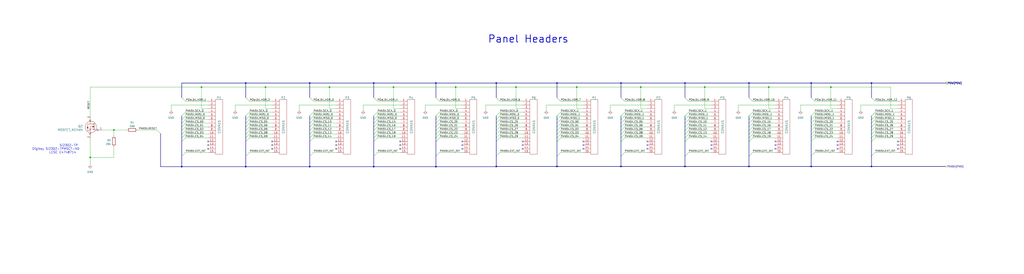
<source format=kicad_sch>
(kicad_sch (version 20250114) (generator "eeschema") (generator_version "9.0")
  (paper "User" 711.2 190.5)
  (title_block (title "Arena 12-12 Teensy w regulator Modular LED Display") (date "2024-10-08") (rev "v9.1") (company "IORodeo for Reiserlab @Janelia"))
  (lib_symbols
    (symbol "Device:R" (pin_numbers (hide yes)) (pin_names (offset 0))
      (property "Reference" "R" (at 2.032 0 90))
      (property "Value" "R" (at 0 0 90))
      (symbol "R_0_1"
        (rectangle (start -1.016 -2.54) (end 1.016 2.54) (stroke (width 0.254)))
      )
      (symbol "R_1_1"
        (pin passive line (at 0 3.81 270) (length 1.27) (name "~") (number "1"))
        (pin passive line (at 0 -3.81 90) (length 1.27) (name "~") (number "2"))
      )
    )
    (symbol "arena_custom:CONN15" (pin_names (offset 1.016))
      (property "Reference" "P" (at -17.78 6.35 0))
      (property "Value" "CONN15" (at 13.97 6.35 0))
      (symbol "CONN15_0_1"
        (rectangle (start -19.05 5.08) (end 19.05 0))
      )
      (symbol "CONN15_1_1"
        (pin passive line (at -17.78 -5.08 90) (length 5.08) (name "~") (number "1"))
        (pin passive line (at -15.24 -5.08 90) (length 5.08) (name "~") (number "2"))
        (pin passive line (at -12.7 -5.08 90) (length 5.08) (name "~") (number "3"))
        (pin passive line (at -10.16 -5.08 90) (length 5.08) (name "~") (number "4"))
        (pin passive line (at -7.62 -5.08 90) (length 5.08) (name "~") (number "5"))
        (pin passive line (at -5.08 -5.08 90) (length 5.08) (name "~") (number "6"))
        (pin passive line (at -2.54 -5.08 90) (length 5.08) (name "~") (number "7"))
        (pin passive line (at 0 -5.08 90) (length 5.08) (name "~") (number "8"))
        (pin passive line (at 2.54 -5.08 90) (length 5.08) (name "~") (number "9"))
        (pin passive line (at 5.08 -5.08 90) (length 5.08) (name "~") (number "10"))
        (pin passive line (at 7.62 -5.08 90) (length 5.08) (name "~") (number "11"))
        (pin passive line (at 10.16 -5.08 90) (length 5.08) (name "~") (number "12"))
        (pin passive line (at 12.7 -5.08 90) (length 5.08) (name "~") (number "13"))
        (pin passive line (at 15.24 -5.08 90) (length 5.08) (name "~") (number "14"))
        (pin passive line (at 17.78 -5.08 90) (length 5.08) (name "~") (number "15"))
      )
    )
    (symbol "arena_custom:MOSFET_NCHAN" (pin_names (offset 1.016))
      (property "Reference" "Q" (at -4.826 6.35 0))
      (property "Value" "MOSFET_NCHAN" (at 0.381 -7.62 0))
      (symbol "MOSFET_NCHAN_0_1"
        (polyline (pts (xy -6.858 0) (xy -5.842 0)))
        (polyline (pts (xy -6.096 0) (xy -3.048 0) (xy -3.048 4.572)))
        (polyline (pts (xy -2.54 3.556) (xy -2.54 4.572)) (stroke (width 0.254)))
        (polyline (pts (xy -2.54 2.286) (xy -1.778 2.794) (xy -1.778 1.778) (xy -2.54 2.286)) (fill (type outline)))
        (polyline (pts (xy -2.54 1.778) (xy -2.54 2.794)) (stroke (width 0.254)))
        (polyline (pts (xy -2.54 0.508) (xy 0 0.508) (xy 0 2.286) (xy -1.778 2.286)))
        (polyline (pts (xy -2.54 0) (xy -2.54 1.016)) (stroke (width 0.254)))
        (circle (center -0.508 2.032) (radius 3.9624))
        (polyline (pts (xy -0.254 4.064) (xy -2.54 4.064)))
        (polyline (pts (xy 0 8.255) (xy 0 4.064)))
        (circle (center 0 0.508) (radius 0.254) (fill (type outline)))
        (polyline (pts (xy 0 0.508) (xy 0 -1.524)))
        (polyline (pts (xy 0 -0.508) (xy 1.778 -0.508) (xy 1.778 4.064) (xy -0.254 4.064)))
        (polyline (pts (xy 0 -4.318) (xy 0 -1.524)))
        (polyline (pts (xy 1.27 2.032) (xy 2.286 2.032)))
        (polyline (pts (xy 1.778 2.032) (xy 1.27 1.27) (xy 2.286 1.27) (xy 1.778 2.032)) (fill (type outline)))
      )
      (symbol "MOSFET_NCHAN_1_1"
        (pin input line (at -8.128 0 0) (length 1.27) (name "G") (number "1"))
        (pin input line (at 0 9.525 270) (length 1.27) (name "D") (number "3"))
        (pin input line (at 0 -5.588 90) (length 1.27) (name "S") (number "2"))
      )
    )
    (symbol "power:GND" (power) (pin_names (offset 0))
      (property "Value" "GND" (at 0 -3.81 0))
      (symbol "GND_0_1"
        (polyline (pts (xy 0 0) (xy 0 -1.27) (xy 1.27 -1.27) (xy 0 -2.54) (xy -1.27 -1.27) (xy 0 -1.27)))
      )
      (symbol "GND_1_1"
        (pin power_in line (at 0 0 270) (length 0) (hide yes) (name "GND") (number "1"))
      )
    )
  )
  (bus_alias "PAN" (members "RESET" "SCK_0" "MOSI_0" "MISO_0" "SCK_1" "MOSI_1" "MISO_1" "CS_00" "CS_01" "CS_02" "CS_03" "CS_04" "CS_05" "CS_06" "CS_07" "CS_08" "CS_09" "CS_10" "CS_11" "CS_12" "CS_13" "CS_14" "CS_15" "CS_16" "CS_17" "CS_18" "CS_19" "CS_20" "CS_21" "CS_22" "CS_23" "CS_24" "CS_25" "CS_26" "CS_27" "CS_28" "CS_29" "EXT_INT"))
  (text "Panel Headers" (at 338.709 30.226 0) (effects (font (size 5.08 5.08) (thickness 0.508) (bold yes)) (justify left bottom)))
  (text "SI2302-TP \nDigikey SI2302-TPMSCT-ND\nLCSC C4748714  \n" (at 55.245 107.061 0) (effects (font (size 1.524 1.524)) (justify right bottom)))
  (junction (at 259.588 57.785))
  (junction (at 386.842 57.785))
  (junction (at 431.292 115.824))
  (junction (at 316.484 60.579))
  (junction (at 475.742 115.824))
  (junction (at 563.372 57.785))
  (junction (at 386.842 115.824))
  (junction (at 62.611 109.474))
  (junction (at 215.138 115.951))
  (junction (at 563.372 115.824))
  (junction (at 139.954 60.579))
  (junction (at 79.121 90.424))
  (junction (at 520.192 115.824))
  (junction (at 184.404 60.579))
  (junction (at 445.008 60.579))
  (junction (at 170.688 115.951))
  (junction (at 577.088 60.579))
  (junction (at 273.304 60.579))
  (junction (at 489.458 60.579))
  (junction (at 520.192 57.785))
  (junction (at 344.678 115.824))
  (junction (at 302.768 57.785))
  (junction (at 431.292 57.785))
  (junction (at 533.908 60.579))
  (junction (at 475.742 57.785))
  (junction (at 215.138 57.785))
  (junction (at 126.238 115.951))
  (junction (at 358.394 60.579))
  (junction (at 228.854 60.579))
  (junction (at 605.282 115.824))
  (junction (at 605.282 57.785))
  (junction (at 170.688 57.785))
  (junction (at 344.678 57.785))
  (junction (at 400.558 60.579))
  (junction (at 259.588 115.951))
  (junction (at 302.768 115.951))
  (no_connect (at 144.526 100.965))
  (no_connect (at 623.57 103.505))
  (no_connect (at 581.66 98.425))
  (no_connect (at 623.57 98.425))
  (no_connect (at 321.056 103.505))
  (no_connect (at 494.03 103.505))
  (no_connect (at 581.66 103.505))
  (no_connect (at 321.056 100.965))
  (no_connect (at 405.13 98.425))
  (no_connect (at 449.58 103.505))
  (no_connect (at 188.976 100.965))
  (no_connect (at 233.426 103.505))
  (no_connect (at 538.48 103.505))
  (no_connect (at 581.66 100.965))
  (no_connect (at 144.526 103.505))
  (no_connect (at 362.966 98.425))
  (no_connect (at 449.58 100.965))
  (no_connect (at 188.976 98.425))
  (no_connect (at 233.426 98.425))
  (no_connect (at 538.48 100.965))
  (no_connect (at 362.966 100.965))
  (no_connect (at 623.57 100.965))
  (no_connect (at 494.03 98.425))
  (no_connect (at 494.03 100.965))
  (no_connect (at 233.426 100.965))
  (no_connect (at 449.58 98.425))
  (no_connect (at 277.876 100.965))
  (no_connect (at 538.48 98.425))
  (no_connect (at 405.13 100.965))
  (no_connect (at 405.13 103.505))
  (no_connect (at 144.526 98.425))
  (no_connect (at 188.976 103.505))
  (no_connect (at 277.876 103.505))
  (no_connect (at 362.966 103.505))
  (no_connect (at 277.876 98.425))
  (no_connect (at 321.056 98.425))
  (bus_entry (at 563.372 88.265) (size 2.54 -2.54))
  (bus_entry (at 386.842 83.185) (size 2.54 -2.54))
  (bus_entry (at 302.768 80.645) (size 2.54 -2.54))
  (bus_entry (at 386.842 67.945) (size 2.54 2.54))
  (bus_entry (at 605.282 85.725) (size 2.54 -2.54))
  (bus_entry (at 475.742 98.425) (size 2.54 -2.54))
  (bus_entry (at 605.282 88.265) (size 2.54 -2.54))
  (bus_entry (at 344.678 90.805) (size 2.54 -2.54))
  (bus_entry (at 170.688 85.725) (size 2.54 -2.54))
  (bus_entry (at 259.588 98.425) (size 2.54 -2.54))
  (bus_entry (at 520.192 95.885) (size 2.54 -2.54))
  (bus_entry (at 126.238 85.725) (size 2.54 -2.54))
  (bus_entry (at 215.138 90.805) (size 2.54 -2.54))
  (bus_entry (at 215.138 98.425) (size 2.54 -2.54))
  (bus_entry (at 563.372 108.585) (size 2.54 -2.54))
  (bus_entry (at 126.238 80.645) (size 2.54 -2.54))
  (bus_entry (at 126.238 67.945) (size 2.54 2.54))
  (bus_entry (at 475.742 90.805) (size 2.54 -2.54))
  (bus_entry (at 605.282 80.645) (size 2.54 -2.54))
  (bus_entry (at 170.688 93.345) (size 2.54 -2.54))
  (bus_entry (at 520.192 83.185) (size 2.54 -2.54))
  (bus_entry (at 259.588 90.805) (size 2.54 -2.54))
  (bus_entry (at 170.688 95.885) (size 2.54 -2.54))
  (bus_entry (at 475.742 80.645) (size 2.54 -2.54))
  (bus_entry (at 431.292 98.425) (size 2.54 -2.54))
  (bus_entry (at 344.678 80.645) (size 2.54 -2.54))
  (bus_entry (at 344.678 85.725) (size 2.54 -2.54))
  (bus_entry (at 344.678 93.345) (size 2.54 -2.54))
  (bus_entry (at 386.842 88.265) (size 2.54 -2.54))
  (bus_entry (at 431.292 85.725) (size 2.54 -2.54))
  (bus_entry (at 215.138 80.645) (size 2.54 -2.54))
  (bus_entry (at 302.768 93.345) (size 2.54 -2.54))
  (bus_entry (at 126.238 95.885) (size 2.54 -2.54))
  (bus_entry (at 520.192 67.945) (size 2.54 2.54))
  (bus_entry (at 170.688 98.425) (size 2.54 -2.54))
  (bus_entry (at 475.742 85.725) (size 2.54 -2.54))
  (bus_entry (at 215.138 93.345) (size 2.54 -2.54))
  (bus_entry (at 386.842 95.885) (size 2.54 -2.54))
  (bus_entry (at 344.678 108.585) (size 2.54 -2.54))
  (bus_entry (at 563.372 95.885) (size 2.54 -2.54))
  (bus_entry (at 259.588 80.645) (size 2.54 -2.54))
  (bus_entry (at 215.138 88.265) (size 2.54 -2.54))
  (bus_entry (at 386.842 98.425) (size 2.54 -2.54))
  (bus_entry (at 475.742 95.885) (size 2.54 -2.54))
  (bus_entry (at 386.842 93.345) (size 2.54 -2.54))
  (bus_entry (at 170.688 108.585) (size 2.54 -2.54))
  (bus_entry (at 215.138 85.725) (size 2.54 -2.54))
  (bus_entry (at 111.506 92.964) (size -2.54 -2.54))
  (bus_entry (at 475.742 108.585) (size 2.54 -2.54))
  (bus_entry (at 563.372 83.185) (size 2.54 -2.54))
  (bus_entry (at 302.768 95.885) (size 2.54 -2.54))
  (bus_entry (at 302.768 108.585) (size 2.54 -2.54))
  (bus_entry (at 344.678 83.185) (size 2.54 -2.54))
  (bus_entry (at 431.292 93.345) (size 2.54 -2.54))
  (bus_entry (at 259.588 93.345) (size 2.54 -2.54))
  (bus_entry (at 344.678 98.425) (size 2.54 -2.54))
  (bus_entry (at 605.282 83.185) (size 2.54 -2.54))
  (bus_entry (at 215.138 95.885) (size 2.54 -2.54))
  (bus_entry (at 605.282 108.585) (size 2.54 -2.54))
  (bus_entry (at 431.292 80.645) (size 2.54 -2.54))
  (bus_entry (at 475.742 83.185) (size 2.54 -2.54))
  (bus_entry (at 126.238 83.185) (size 2.54 -2.54))
  (bus_entry (at 302.768 98.425) (size 2.54 -2.54))
  (bus_entry (at 259.588 85.725) (size 2.54 -2.54))
  (bus_entry (at 344.678 67.945) (size 2.54 2.54))
  (bus_entry (at 431.292 67.945) (size 2.54 2.54))
  (bus_entry (at 520.192 93.345) (size 2.54 -2.54))
  (bus_entry (at 126.238 90.805) (size 2.54 -2.54))
  (bus_entry (at 259.588 67.945) (size 2.54 2.54))
  (bus_entry (at 344.678 95.885) (size 2.54 -2.54))
  (bus_entry (at 605.282 98.425) (size 2.54 -2.54))
  (bus_entry (at 344.678 88.265) (size 2.54 -2.54))
  (bus_entry (at 431.292 88.265) (size 2.54 -2.54))
  (bus_entry (at 563.372 98.425) (size 2.54 -2.54))
  (bus_entry (at 475.742 67.945) (size 2.54 2.54))
  (bus_entry (at 520.192 98.425) (size 2.54 -2.54))
  (bus_entry (at 563.372 90.805) (size 2.54 -2.54))
  (bus_entry (at 170.688 83.185) (size 2.54 -2.54))
  (bus_entry (at 475.742 93.345) (size 2.54 -2.54))
  (bus_entry (at 170.688 90.805) (size 2.54 -2.54))
  (bus_entry (at 386.842 108.585) (size 2.54 -2.54))
  (bus_entry (at 259.588 88.265) (size 2.54 -2.54))
  (bus_entry (at 259.588 95.885) (size 2.54 -2.54))
  (bus_entry (at 520.192 88.265) (size 2.54 -2.54))
  (bus_entry (at 126.238 88.265) (size 2.54 -2.54))
  (bus_entry (at 563.372 67.945) (size 2.54 2.54))
  (bus_entry (at 302.768 67.945) (size 2.54 2.54))
  (bus_entry (at 215.138 108.585) (size 2.54 -2.54))
  (bus_entry (at 302.768 90.805) (size 2.54 -2.54))
  (bus_entry (at 475.742 88.265) (size 2.54 -2.54))
  (bus_entry (at 563.372 93.345) (size 2.54 -2.54))
  (bus_entry (at 605.282 95.885) (size 2.54 -2.54))
  (bus_entry (at 126.238 98.425) (size 2.54 -2.54))
  (bus_entry (at 126.238 93.345) (size 2.54 -2.54))
  (bus_entry (at 431.292 90.805) (size 2.54 -2.54))
  (bus_entry (at 170.688 88.265) (size 2.54 -2.54))
  (bus_entry (at 431.292 83.185) (size 2.54 -2.54))
  (bus_entry (at 563.372 80.645) (size 2.54 -2.54))
  (bus_entry (at 259.588 108.585) (size 2.54 -2.54))
  (bus_entry (at 215.138 83.185) (size 2.54 -2.54))
  (bus_entry (at 520.192 108.585) (size 2.54 -2.54))
  (bus_entry (at 302.768 85.725) (size 2.54 -2.54))
  (bus_entry (at 126.238 108.585) (size 2.54 -2.54))
  (bus_entry (at 386.842 85.725) (size 2.54 -2.54))
  (bus_entry (at 520.192 80.645) (size 2.54 -2.54))
  (bus_entry (at 170.688 67.945) (size 2.54 2.54))
  (bus_entry (at 386.842 80.645) (size 2.54 -2.54))
  (bus_entry (at 431.292 95.885) (size 2.54 -2.54))
  (bus_entry (at 605.282 93.345) (size 2.54 -2.54))
  (bus_entry (at 520.192 90.805) (size 2.54 -2.54))
  (bus_entry (at 302.768 83.185) (size 2.54 -2.54))
  (bus_entry (at 605.282 90.805) (size 2.54 -2.54))
  (bus_entry (at 259.588 83.185) (size 2.54 -2.54))
  (bus_entry (at 170.688 80.645) (size 2.54 -2.54))
  (bus_entry (at 431.292 108.585) (size 2.54 -2.54))
  (bus_entry (at 605.282 67.945) (size 2.54 2.54))
  (bus_entry (at 386.842 90.805) (size 2.54 -2.54))
  (bus_entry (at 563.372 85.725) (size 2.54 -2.54))
  (bus_entry (at 215.138 67.945) (size 2.54 2.54))
  (bus_entry (at 302.768 88.265) (size 2.54 -2.54))
  (bus_entry (at 520.192 85.725) (size 2.54 -2.54))
  (wire (pts (xy 184.404 75.565) (xy 184.404 60.579)))
  (wire (pts (xy 565.912 95.885) (xy 581.66 95.885)))
  (bus (pts (xy 259.588 115.951) (xy 302.768 115.951)))
  (bus (pts (xy 170.688 115.951) (xy 215.138 115.951)))
  (wire (pts (xy 305.308 93.345) (xy 321.056 93.345)))
  (bus (pts (xy 111.506 92.964) (xy 111.506 115.951)))
  (wire (pts (xy 597.916 73.025) (xy 623.57 73.025)))
  (bus (pts (xy 259.588 115.951) (xy 259.588 108.585)))
  (wire (pts (xy 533.908 75.565) (xy 533.908 60.579)))
  (wire (pts (xy 556.006 73.025) (xy 556.006 76.835)))
  (wire (pts (xy 433.832 93.345) (xy 449.58 93.345)))
  (bus (pts (xy 126.238 83.185) (xy 126.238 85.725)))
  (wire (pts (xy 478.282 88.265) (xy 494.03 88.265)))
  (bus (pts (xy 431.292 88.265) (xy 431.292 90.805)))
  (bus (pts (xy 475.742 88.265) (xy 475.742 90.805)))
  (wire (pts (xy 108.966 90.424) (xy 95.631 90.424)))
  (bus (pts (xy 215.138 90.805) (xy 215.138 93.345)))
  (bus (pts (xy 605.282 85.725) (xy 605.282 88.265)))
  (bus (pts (xy 170.688 95.885) (xy 170.688 98.425)))
  (bus (pts (xy 475.742 80.645) (xy 475.742 83.185)))
  (wire (pts (xy 262.128 95.885) (xy 277.876 95.885)))
  (bus (pts (xy 563.372 85.725) (xy 563.372 88.265)))
  (bus (pts (xy 126.238 95.885) (xy 126.238 98.425)))
  (bus (pts (xy 563.372 108.585) (xy 563.372 98.425)))
  (wire (pts (xy 433.832 83.185) (xy 449.58 83.185)))
  (bus (pts (xy 302.768 83.185) (xy 302.768 85.725)))
  (bus (pts (xy 386.842 108.585) (xy 386.842 115.824)))
  (wire (pts (xy 295.402 73.025) (xy 295.402 76.835)))
  (bus (pts (xy 386.842 98.425) (xy 386.842 108.585)))
  (wire (pts (xy 252.222 73.025) (xy 252.222 76.835)))
  (bus (pts (xy 520.192 93.345) (xy 520.192 95.885)))
  (wire (pts (xy 478.282 78.105) (xy 494.03 78.105)))
  (bus (pts (xy 344.678 80.645) (xy 344.678 83.185)))
  (bus (pts (xy 215.138 115.951) (xy 215.138 108.585)))
  (wire (pts (xy 565.912 80.645) (xy 581.66 80.645)))
  (wire (pts (xy 128.778 95.885) (xy 144.526 95.885)))
  (bus (pts (xy 520.192 108.585) (xy 520.192 98.425)))
  (bus (pts (xy 520.192 83.185) (xy 520.192 85.725)))
  (wire (pts (xy 305.308 106.045) (xy 321.056 106.045)))
  (bus (pts (xy 302.768 57.785) (xy 302.768 67.945)))
  (wire (pts (xy 305.308 90.805) (xy 321.056 90.805)))
  (wire (pts (xy 478.282 80.645) (xy 494.03 80.645)))
  (wire (pts (xy 62.611 109.474) (xy 62.611 114.554)))
  (bus (pts (xy 259.588 93.345) (xy 259.588 95.885)))
  (wire (pts (xy 173.228 70.485) (xy 188.976 70.485)))
  (wire (pts (xy 362.966 75.565) (xy 358.394 75.565)))
  (bus (pts (xy 386.842 88.265) (xy 386.842 90.805)))
  (wire (pts (xy 277.876 75.565) (xy 273.304 75.565)))
  (bus (pts (xy 431.292 80.645) (xy 431.292 83.185)))
  (wire (pts (xy 128.778 80.645) (xy 144.526 80.645)))
  (wire (pts (xy 445.008 75.565) (xy 445.008 60.579)))
  (wire (pts (xy 217.678 78.105) (xy 233.426 78.105)))
  (bus (pts (xy 344.678 115.824) (xy 386.842 115.824)))
  (wire (pts (xy 262.128 93.345) (xy 277.876 93.345)))
  (bus (pts (xy 302.768 90.805) (xy 302.768 93.345)))
  (wire (pts (xy 347.218 90.805) (xy 362.966 90.805)))
  (wire (pts (xy 389.382 93.345) (xy 405.13 93.345)))
  (bus (pts (xy 475.742 115.824) (xy 520.192 115.824)))
  (wire (pts (xy 478.282 70.485) (xy 494.03 70.485)))
  (wire (pts (xy 607.822 93.345) (xy 623.57 93.345)))
  (wire (pts (xy 128.778 78.105) (xy 144.526 78.105)))
  (bus (pts (xy 170.688 98.425) (xy 170.688 108.585)))
  (wire (pts (xy 316.484 60.579) (xy 358.394 60.579)))
  (wire (pts (xy 337.312 73.025) (xy 362.966 73.025)))
  (bus (pts (xy 431.292 115.824) (xy 475.742 115.824)))
  (wire (pts (xy 607.822 78.105) (xy 623.57 78.105)))
  (bus (pts (xy 344.678 57.785) (xy 344.678 67.945)))
  (wire (pts (xy 522.732 85.725) (xy 538.48 85.725)))
  (wire (pts (xy 433.832 80.645) (xy 449.58 80.645)))
  (wire (pts (xy 173.228 93.345) (xy 188.976 93.345)))
  (wire (pts (xy 128.778 90.805) (xy 144.526 90.805)))
  (wire (pts (xy 522.732 78.105) (xy 538.48 78.105)))
  (bus (pts (xy 259.588 85.725) (xy 259.588 88.265)))
  (wire (pts (xy 389.382 85.725) (xy 405.13 85.725)))
  (wire (pts (xy 468.376 73.025) (xy 468.376 76.835)))
  (bus (pts (xy 302.768 108.585) (xy 302.768 98.425)))
  (wire (pts (xy 184.404 60.579) (xy 228.854 60.579)))
  (wire (pts (xy 217.678 70.485) (xy 233.426 70.485)))
  (bus (pts (xy 215.138 85.725) (xy 215.138 88.265)))
  (bus (pts (xy 386.842 95.885) (xy 386.842 98.425)))
  (wire (pts (xy 273.304 75.565) (xy 273.304 60.579)))
  (wire (pts (xy 128.778 83.185) (xy 144.526 83.185)))
  (wire (pts (xy 522.732 80.645) (xy 538.48 80.645)))
  (bus (pts (xy 605.282 115.824) (xy 656.336 115.824)))
  (wire (pts (xy 173.228 95.885) (xy 188.976 95.885)))
  (bus (pts (xy 520.192 108.585) (xy 520.192 115.824)))
  (bus (pts (xy 605.282 57.785) (xy 656.59 57.785)))
  (wire (pts (xy 478.282 93.345) (xy 494.03 93.345)))
  (wire (pts (xy 445.008 60.579) (xy 489.458 60.579)))
  (bus (pts (xy 431.292 98.425) (xy 431.292 108.585)))
  (bus (pts (xy 344.678 90.805) (xy 344.678 93.345)))
  (wire (pts (xy 522.732 83.185) (xy 538.48 83.185)))
  (wire (pts (xy 565.912 93.345) (xy 581.66 93.345)))
  (bus (pts (xy 386.842 85.725) (xy 386.842 88.265)))
  (bus (pts (xy 386.842 90.805) (xy 386.842 93.345)))
  (wire (pts (xy 207.772 73.025) (xy 233.426 73.025)))
  (wire (pts (xy 228.854 75.565) (xy 228.854 60.579)))
  (wire (pts (xy 347.218 95.885) (xy 362.966 95.885)))
  (wire (pts (xy 262.128 70.485) (xy 277.876 70.485)))
  (wire (pts (xy 128.778 85.725) (xy 144.526 85.725)))
  (wire (pts (xy 347.218 83.185) (xy 362.966 83.185)))
  (wire (pts (xy 347.218 70.485) (xy 362.966 70.485)))
  (wire (pts (xy 173.228 85.725) (xy 188.976 85.725)))
  (wire (pts (xy 565.912 83.185) (xy 581.66 83.185)))
  (wire (pts (xy 538.48 75.565) (xy 533.908 75.565)))
  (bus (pts (xy 431.292 57.785) (xy 431.292 67.945)))
  (bus (pts (xy 215.138 95.885) (xy 215.138 98.425)))
  (wire (pts (xy 305.308 83.185) (xy 321.056 83.185)))
  (bus (pts (xy 605.282 108.585) (xy 605.282 115.824)))
  (bus (pts (xy 520.192 90.805) (xy 520.192 93.345)))
  (bus (pts (xy 170.688 90.805) (xy 170.688 93.345)))
  (bus (pts (xy 386.842 83.185) (xy 386.842 85.725)))
  (bus (pts (xy 344.678 108.585) (xy 344.678 98.425)))
  (bus (pts (xy 215.138 57.785) (xy 259.588 57.785)))
  (bus (pts (xy 431.292 57.785) (xy 475.742 57.785)))
  (bus (pts (xy 215.138 80.645) (xy 215.138 83.185)))
  (bus (pts (xy 605.282 80.645) (xy 605.282 83.185)))
  (bus (pts (xy 126.238 88.265) (xy 126.238 90.805)))
  (bus (pts (xy 520.192 85.725) (xy 520.192 88.265)))
  (wire (pts (xy 565.912 85.725) (xy 581.66 85.725)))
  (bus (pts (xy 215.138 108.585) (xy 215.138 98.425)))
  (bus (pts (xy 563.372 57.785) (xy 605.282 57.785)))
  (wire (pts (xy 217.678 83.185) (xy 233.426 83.185)))
  (bus (pts (xy 126.238 93.345) (xy 126.238 95.885)))
  (wire (pts (xy 577.088 60.579) (xy 618.617 60.579)))
  (bus (pts (xy 259.588 57.785) (xy 302.768 57.785)))
  (wire (pts (xy 478.282 106.045) (xy 494.03 106.045)))
  (bus (pts (xy 520.192 57.785) (xy 563.372 57.785)))
  (bus (pts (xy 475.742 98.425) (xy 475.742 108.585)))
  (wire (pts (xy 262.128 88.265) (xy 277.876 88.265)))
  (bus (pts (xy 386.842 80.645) (xy 386.842 83.185)))
  (wire (pts (xy 607.822 83.185) (xy 623.57 83.185)))
  (bus (pts (xy 605.282 108.585) (xy 605.282 98.425)))
  (wire (pts (xy 449.58 75.565) (xy 445.008 75.565)))
  (bus (pts (xy 344.678 85.725) (xy 344.678 88.265)))
  (wire (pts (xy 607.822 70.485) (xy 623.57 70.485)))
  (bus (pts (xy 563.372 88.265) (xy 563.372 90.805)))
  (wire (pts (xy 423.926 73.025) (xy 449.58 73.025)))
  (wire (pts (xy 305.308 80.645) (xy 321.056 80.645)))
  (bus (pts (xy 259.588 108.585) (xy 259.588 98.425)))
  (wire (pts (xy 128.778 70.485) (xy 144.526 70.485)))
  (wire (pts (xy 79.121 90.424) (xy 70.739 90.424)))
  (bus (pts (xy 344.678 115.951) (xy 344.678 115.824)))
  (wire (pts (xy 128.778 106.045) (xy 144.526 106.045)))
  (bus (pts (xy 126.238 108.585) (xy 126.238 115.951)))
  (bus (pts (xy 344.678 93.345) (xy 344.678 95.885)))
  (wire (pts (xy 478.282 85.725) (xy 494.03 85.725)))
  (wire (pts (xy 565.912 70.485) (xy 581.66 70.485)))
  (wire (pts (xy 252.222 73.025) (xy 277.876 73.025)))
  (wire (pts (xy 128.778 88.265) (xy 144.526 88.265)))
  (wire (pts (xy 233.426 75.565) (xy 228.854 75.565)))
  (wire (pts (xy 565.912 90.805) (xy 581.66 90.805)))
  (wire (pts (xy 173.228 106.045) (xy 188.976 106.045)))
  (bus (pts (xy 344.678 83.185) (xy 344.678 85.725)))
  (wire (pts (xy 533.908 60.579) (xy 577.088 60.579)))
  (bus (pts (xy 344.678 88.265) (xy 344.678 90.805)))
  (wire (pts (xy 478.282 95.885) (xy 494.03 95.885)))
  (bus (pts (xy 259.588 90.805) (xy 259.588 93.345)))
  (bus (pts (xy 170.688 93.345) (xy 170.688 95.885)))
  (bus (pts (xy 126.238 85.725) (xy 126.238 88.265)))
  (wire (pts (xy 358.394 75.565) (xy 358.394 60.579)))
  (wire (pts (xy 347.218 85.725) (xy 362.966 85.725)))
  (bus (pts (xy 302.768 93.345) (xy 302.768 95.885)))
  (wire (pts (xy 607.822 80.645) (xy 623.57 80.645)))
  (wire (pts (xy 468.376 73.025) (xy 494.03 73.025)))
  (bus (pts (xy 520.192 88.265) (xy 520.192 90.805)))
  (wire (pts (xy 347.218 88.265) (xy 362.966 88.265)))
  (wire (pts (xy 62.611 96.012) (xy 62.611 109.474)))
  (bus (pts (xy 215.138 57.785) (xy 215.138 67.945)))
  (wire (pts (xy 581.66 75.565) (xy 577.088 75.565)))
  (wire (pts (xy 433.832 78.105) (xy 449.58 78.105)))
  (bus (pts (xy 431.292 95.885) (xy 431.292 98.425)))
  (bus (pts (xy 520.192 95.885) (xy 520.192 98.425)))
  (wire (pts (xy 163.322 73.025) (xy 188.976 73.025)))
  (wire (pts (xy 607.822 90.805) (xy 623.57 90.805)))
  (wire (pts (xy 400.558 60.579) (xy 445.008 60.579)))
  (bus (pts (xy 431.292 83.185) (xy 431.292 85.725)))
  (bus (pts (xy 126.238 115.951) (xy 170.688 115.951)))
  (wire (pts (xy 305.308 85.725) (xy 321.056 85.725)))
  (wire (pts (xy 565.912 78.105) (xy 581.66 78.105)))
  (wire (pts (xy 389.382 80.645) (xy 405.13 80.645)))
  (wire (pts (xy 597.916 73.025) (xy 597.916 76.835)))
  (wire (pts (xy 512.826 73.025) (xy 512.826 76.835)))
  (wire (pts (xy 262.128 90.805) (xy 277.876 90.805)))
  (wire (pts (xy 512.826 73.025) (xy 538.48 73.025)))
  (bus (pts (xy 170.688 85.725) (xy 170.688 88.265)))
  (wire (pts (xy 607.822 88.265) (xy 623.57 88.265)))
  (bus (pts (xy 520.192 115.824) (xy 563.372 115.824)))
  (wire (pts (xy 173.228 78.105) (xy 188.976 78.105)))
  (bus (pts (xy 475.742 57.785) (xy 520.192 57.785)))
  (wire (pts (xy 607.822 95.885) (xy 623.57 95.885)))
  (wire (pts (xy 522.732 70.485) (xy 538.48 70.485)))
  (wire (pts (xy 321.056 75.565) (xy 316.484 75.565)))
  (bus (pts (xy 170.688 57.785) (xy 215.138 57.785)))
  (wire (pts (xy 228.854 60.579) (xy 273.304 60.579)))
  (bus (pts (xy 475.742 95.885) (xy 475.742 98.425)))
  (wire (pts (xy 273.304 60.579) (xy 316.484 60.579)))
  (bus (pts (xy 344.678 57.785) (xy 386.842 57.785)))
  (wire (pts (xy 522.732 88.265) (xy 538.48 88.265)))
  (bus (pts (xy 386.842 57.785) (xy 431.292 57.785)))
  (wire (pts (xy 217.678 95.885) (xy 233.426 95.885)))
  (wire (pts (xy 188.976 75.565) (xy 184.404 75.565)))
  (bus (pts (xy 475.742 90.805) (xy 475.742 93.345)))
  (bus (pts (xy 605.282 83.185) (xy 605.282 85.725)))
  (wire (pts (xy 494.03 75.565) (xy 489.458 75.565)))
  (wire (pts (xy 389.382 88.265) (xy 405.13 88.265)))
  (bus (pts (xy 563.372 57.785) (xy 563.372 67.945)))
  (wire (pts (xy 379.476 73.025) (xy 379.476 76.835)))
  (wire (pts (xy 556.006 73.025) (xy 581.66 73.025)))
  (bus (pts (xy 126.238 98.425) (xy 126.238 108.585)))
  (wire (pts (xy 217.678 90.805) (xy 233.426 90.805)))
  (bus (pts (xy 126.238 80.645) (xy 126.238 83.185)))
  (bus (pts (xy 563.372 95.885) (xy 563.372 98.425)))
  (bus (pts (xy 111.506 115.951) (xy 126.238 115.951)))
  (wire (pts (xy 62.611 60.579) (xy 62.611 80.899)))
  (bus (pts (xy 386.842 57.785) (xy 386.842 67.945)))
  (wire (pts (xy 433.832 88.265) (xy 449.58 88.265)))
  (wire (pts (xy 358.394 60.579) (xy 400.558 60.579)))
  (wire (pts (xy 305.308 70.485) (xy 321.056 70.485)))
  (wire (pts (xy 62.611 60.579) (xy 139.954 60.579)))
  (bus (pts (xy 431.292 90.805) (xy 431.292 93.345)))
  (bus (pts (xy 215.138 115.951) (xy 259.588 115.951)))
  (wire (pts (xy 478.282 90.805) (xy 494.03 90.805)))
  (wire (pts (xy 173.228 88.265) (xy 188.976 88.265)))
  (bus (pts (xy 259.588 57.785) (xy 259.588 67.945)))
  (wire (pts (xy 522.732 106.045) (xy 538.48 106.045)))
  (wire (pts (xy 262.128 85.725) (xy 277.876 85.725)))
  (wire (pts (xy 262.128 80.645) (xy 277.876 80.645)))
  (wire (pts (xy 347.218 93.345) (xy 362.966 93.345)))
  (wire (pts (xy 262.128 106.045) (xy 277.876 106.045)))
  (bus (pts (xy 475.742 85.725) (xy 475.742 88.265)))
  (wire (pts (xy 522.732 93.345) (xy 538.48 93.345)))
  (wire (pts (xy 139.954 60.579) (xy 184.404 60.579)))
  (bus (pts (xy 170.688 88.265) (xy 170.688 90.805)))
  (bus (pts (xy 386.842 93.345) (xy 386.842 95.885)))
  (wire (pts (xy 144.526 75.565) (xy 139.954 75.565)))
  (wire (pts (xy 577.088 75.565) (xy 577.088 60.579)))
  (wire (pts (xy 489.458 60.579) (xy 533.908 60.579)))
  (wire (pts (xy 389.382 70.485) (xy 405.13 70.485)))
  (bus (pts (xy 259.588 88.265) (xy 259.588 90.805)))
  (bus (pts (xy 431.292 108.585) (xy 431.292 115.824)))
  (wire (pts (xy 217.678 88.265) (xy 233.426 88.265)))
  (bus (pts (xy 170.688 57.785) (xy 170.688 67.945)))
  (wire (pts (xy 217.678 106.045) (xy 233.426 106.045)))
  (wire (pts (xy 88.011 90.424) (xy 79.121 90.424)))
  (bus (pts (xy 215.138 88.265) (xy 215.138 90.805)))
  (bus (pts (xy 520.192 80.645) (xy 520.192 83.185)))
  (wire (pts (xy 217.678 93.345) (xy 233.426 93.345)))
  (wire (pts (xy 423.926 73.025) (xy 423.926 76.835)))
  (bus (pts (xy 431.292 93.345) (xy 431.292 95.885)))
  (bus (pts (xy 475.742 108.585) (xy 475.742 115.824)))
  (wire (pts (xy 389.382 83.185) (xy 405.13 83.185)))
  (wire (pts (xy 337.312 73.025) (xy 337.312 76.835)))
  (wire (pts (xy 347.218 78.105) (xy 362.966 78.105)))
  (wire (pts (xy 207.772 73.025) (xy 207.772 76.835)))
  (bus (pts (xy 475.742 93.345) (xy 475.742 95.885)))
  (bus (pts (xy 259.588 80.645) (xy 259.588 83.185)))
  (wire (pts (xy 118.872 73.025) (xy 118.872 76.835)))
  (bus (pts (xy 126.238 67.945) (xy 126.238 57.785)))
  (wire (pts (xy 389.382 106.045) (xy 405.13 106.045)))
  (wire (pts (xy 607.822 85.725) (xy 623.57 85.725)))
  (wire (pts (xy 139.954 75.565) (xy 139.954 60.579)))
  (bus (pts (xy 563.372 83.185) (xy 563.372 85.725)))
  (wire (pts (xy 433.832 106.045) (xy 449.58 106.045)))
  (bus (pts (xy 302.768 95.885) (xy 302.768 98.425)))
  (bus (pts (xy 563.372 115.824) (xy 605.282 115.824)))
  (wire (pts (xy 478.282 83.185) (xy 494.03 83.185)))
  (bus (pts (xy 259.588 83.185) (xy 259.588 85.725)))
  (bus (pts (xy 126.238 90.805) (xy 126.238 93.345)))
  (wire (pts (xy 217.678 80.645) (xy 233.426 80.645)))
  (wire (pts (xy 389.382 95.885) (xy 405.13 95.885)))
  (bus (pts (xy 605.282 88.265) (xy 605.282 90.805)))
  (wire (pts (xy 118.872 73.025) (xy 144.526 73.025)))
  (bus (pts (xy 605.282 93.345) (xy 605.282 95.885)))
  (wire (pts (xy 433.832 90.805) (xy 449.58 90.805)))
  (bus (pts (xy 605.282 95.885) (xy 605.282 98.425)))
  (bus (pts (xy 170.688 108.585) (xy 170.688 115.951)))
  (wire (pts (xy 173.228 80.645) (xy 188.976 80.645)))
  (wire (pts (xy 163.322 73.025) (xy 163.322 76.835)))
  (wire (pts (xy 618.617 75.565) (xy 623.57 75.565)))
  (bus (pts (xy 563.372 90.805) (xy 563.372 93.345)))
  (bus (pts (xy 302.768 88.265) (xy 302.768 90.805)))
  (wire (pts (xy 379.476 73.025) (xy 405.13 73.025)))
  (wire (pts (xy 316.484 75.565) (xy 316.484 60.579)))
  (wire (pts (xy 217.678 85.725) (xy 233.426 85.725)))
  (wire (pts (xy 389.382 78.105) (xy 405.13 78.105)))
  (wire (pts (xy 262.128 78.105) (xy 277.876 78.105)))
  (bus (pts (xy 302.768 57.785) (xy 344.678 57.785)))
  (wire (pts (xy 405.13 75.565) (xy 400.558 75.565)))
  (wire (pts (xy 433.832 95.885) (xy 449.58 95.885)))
  (wire (pts (xy 489.458 75.565) (xy 489.458 60.579)))
  (wire (pts (xy 79.121 109.474) (xy 62.611 109.474)))
  (bus (pts (xy 520.192 57.785) (xy 520.192 67.945)))
  (wire (pts (xy 128.778 93.345) (xy 144.526 93.345)))
  (bus (pts (xy 215.138 93.345) (xy 215.138 95.885)))
  (bus (pts (xy 344.678 115.824) (xy 344.678 108.585)))
  (wire (pts (xy 305.308 95.885) (xy 321.056 95.885)))
  (bus (pts (xy 475.742 57.785) (xy 475.742 67.945)))
  (bus (pts (xy 475.742 83.185) (xy 475.742 85.725)))
  (wire (pts (xy 347.218 106.045) (xy 362.966 106.045)))
  (bus (pts (xy 259.588 95.885) (xy 259.588 98.425)))
  (wire (pts (xy 433.832 70.485) (xy 449.58 70.485)))
  (bus (pts (xy 215.138 83.185) (xy 215.138 85.725)))
  (bus (pts (xy 431.292 115.824) (xy 394.716 115.824)))
  (bus (pts (xy 302.768 115.951) (xy 302.768 108.585)))
  (wire (pts (xy 173.228 83.185) (xy 188.976 83.185)))
  (bus (pts (xy 126.238 57.785) (xy 170.688 57.785)))
  (bus (pts (xy 344.678 95.885) (xy 344.678 98.425)))
  (wire (pts (xy 295.402 73.025) (xy 321.056 73.025)))
  (wire (pts (xy 607.822 106.045) (xy 623.57 106.045)))
  (bus (pts (xy 170.688 83.185) (xy 170.688 85.725)))
  (wire (pts (xy 305.308 88.265) (xy 321.056 88.265)))
  (bus (pts (xy 563.372 93.345) (xy 563.372 95.885)))
  (wire (pts (xy 400.558 75.565) (xy 400.558 60.579)))
  (wire (pts (xy 262.128 83.185) (xy 277.876 83.185)))
  (wire (pts (xy 79.121 102.108) (xy 79.121 109.474)))
  (wire (pts (xy 389.382 90.805) (xy 405.13 90.805)))
  (bus (pts (xy 302.768 80.645) (xy 302.768 83.185)))
  (bus (pts (xy 563.372 108.585) (xy 563.372 115.824)))
  (wire (pts (xy 522.732 90.805) (xy 538.48 90.805)))
  (bus (pts (xy 170.688 80.645) (xy 170.688 83.185)))
  (wire (pts (xy 79.121 90.424) (xy 79.121 94.488)))
  (wire (pts (xy 347.218 80.645) (xy 362.966 80.645)))
  (wire (pts (xy 173.228 90.805) (xy 188.976 90.805)))
  (bus (pts (xy 431.292 85.725) (xy 431.292 88.265)))
  (wire (pts (xy 618.617 75.565) (xy 618.617 60.579)))
  (wire (pts (xy 522.732 95.885) (xy 538.48 95.885)))
  (wire (pts (xy 565.912 106.045) (xy 581.66 106.045)))
  (bus (pts (xy 386.842 115.824) (xy 394.589 115.824)))
  (bus (pts (xy 605.282 90.805) (xy 605.282 93.345)))
  (wire (pts (xy 433.832 85.725) (xy 449.58 85.725)))
  (bus (pts (xy 302.768 85.725) (xy 302.768 88.265)))
  (bus (pts (xy 302.768 115.951) (xy 344.678 115.951)))
  (bus (pts (xy 563.372 80.645) (xy 563.372 83.185)))
  (wire (pts (xy 305.308 78.105) (xy 321.056 78.105)))
  (bus (pts (xy 605.282 57.785) (xy 605.282 67.945)))
  (wire (pts (xy 565.912 88.265) (xy 581.66 88.265)))
  (label "PAN5V.CS_25" (at 607.822 85.725 0))
  (label "PAN5V.CS_25" (at 347.218 85.725 0))
  (label "PAN5V.CS_17" (at 262.128 90.805 0))
  (label "PAN5V.MOSI_0" (at 128.778 80.645 0))
  (label "PAN5V.CS_20" (at 305.308 85.725 0))
  (label "PAN5V.CS_06" (at 433.832 88.265 0))
  (label "PAN5V.EXT_INT" (at 262.255 106.045 0))
  (label "PAN5V.CS_04" (at 128.778 95.885 0))
  (label "PAN5V.CS_28" (at 347.218 93.345 0))
  (label "PAN5V.CS_02" (at 128.778 90.805 0))
  (label "PAN5V.CS_08" (at 173.228 93.345 0))
  (label "PAN5V.SCK_1" (at 389.382 78.105 0))
  (label "PAN5V.CS_19" (at 522.732 95.885 0))
  (label "PAN5V.CS_28" (at 607.822 93.345 0))
  (label "PAN5V.EXT_INT" (at 389.509 106.045 0))
  (label "PAN5V.CS_24" (at 565.912 95.885 0))
  (label "POW.5V_HDR_8" (at 433.832 70.485 0))
  (label "PAN5V.EXT_INT" (at 433.959 106.045 0))
  (label "POW.5V_HDR_12" (at 607.822 70.485 0))
  (label "PAN5V.CS_18" (at 522.732 93.345 0))
  (label "PAN5V.MOSI_1" (at 433.832 80.645 0))
  (label "PAN5V.CS_21" (at 565.912 88.265 0))
  (label "PAN5V.CS_09" (at 173.228 95.885 0))
  (label "PAN5V.RESET" (at 108.966 90.424 180))
  (label "POW.5V_HDR_10" (at 522.732 70.485 0))
  (label "PAN5V.EXT_INT" (at 347.345 106.045 0))
  (label "PAN5V.CS_00" (at 128.778 85.725 0))
  (label "PAN5V.CS_19" (at 262.128 95.885 0))
  (label "PAN5V.CS_24" (at 305.308 95.885 0))
  (label "PAN5V.CS_21" (at 305.308 88.265 0))
  (label "POW.5V_HDR_4" (at 262.128 70.485 0))
  (label "PAN5V.CS_12" (at 478.282 90.805 0))
  (label "PAN5V.MOSI_1" (at 389.382 80.645 0))
  (label "PAN5V.CS_00" (at 389.382 85.725 0))
  (label "PAN5V.CS_01" (at 389.382 88.265 0))
  (label "PAN5V.EXT_INT" (at 566.039 106.045 0))
  (label "PAN5V.CS_06" (at 433.832 90.805 0))
  (label "PAN5V.MOSI_0" (at 305.308 80.645 0))
  (label "PAN5V.CS_10" (at 478.282 85.725 0))
  (label "POW.5V_HDR_7" (at 389.382 70.485 0))
  (label "PAN5V.CS_10" (at 217.678 85.725 0))
  (label "PAN5V.EXT_INT" (at 173.355 106.045 0))
  (label "PAN5V.CS_22" (at 305.308 90.805 0))
  (label "PAN5V.SCK_0" (at 347.218 78.105 0))
  (label "PAN5V.CS_27" (at 607.822 90.805 0))
  (label "PAN5V.SCK_0" (at 217.678 78.105 0))
  (label "PAN5V.SCK_0" (at 305.308 78.105 0))
  (label "PAN5V.EXT_INT" (at 522.859 106.045 0))
  (label "PAN5V.CS_22" (at 565.912 90.805 0))
  (label "PAN5V.CS_11" (at 478.282 88.265 0))
  (label "PAN5V.EXT_INT" (at 305.435 106.045 0))
  (label "PAN5V.SCK_0" (at 173.228 78.105 0))
  (label "PAN5V.EXT_INT" (at 607.949 106.045 0))
  (label "PAN5V.CS_13" (at 478.282 93.345 0))
  (label "PAN5V.MISO_1" (at 478.282 83.185 0))
  (label "PAN5V.MISO_0" (at 217.678 83.185 0))
  (label "PAN5V.CS_03" (at 128.778 93.345 0))
  (label "PAN5V.CS_29" (at 347.218 95.885 0))
  (label "POW.5V_HDR_2" (at 173.355 70.485 0))
  (label "PAN5V.MOSI_0" (at 217.678 80.645 0))
  (label "POW.5V_HDR_1" (at 129.032 70.485 0))
  (label "PAN5V.CS_26" (at 607.822 88.265 0))
  (label "PAN5V.MISO_1" (at 565.912 83.185 0))
  (label "PAN5V.MISO_0" (at 262.128 83.185 0))
  (label "PAN5V.CS_13" (at 217.678 93.345 0))
  (label "RESET" (at 62.611 70.104 270))
  (label "PAN5V.MOSI_1" (at 478.282 80.645 0))
  (label "PAN5V.MOSI_0" (at 173.228 80.645 0))
  (label "PAN5V.SCK_1" (at 607.822 78.105 0))
  (label "PAN5V.MISO_0" (at 305.308 83.185 0))
  (label "PAN5V.MISO_0" (at 128.778 83.185 0))
  (label "PAN5V.EXT_INT" (at 128.905 106.045 0))
  (label "PAN5V.MOSI_0" (at 347.218 80.645 0))
  (label "PAN5V.CS_15" (at 262.128 85.725 0))
  (label "PAN5V.CS_26" (at 347.218 88.265 0))
  (label "POW.5V_HDR_3" (at 217.678 70.485 0))
  (label "PAN5V.CS_05" (at 173.228 85.725 0))
  (label "PAN5V.MISO_1" (at 607.822 83.185 0))
  (label "PAN5V.CS_08" (at 433.832 93.345 0))
  (label "PAN5V.SCK_1" (at 522.732 78.105 0))
  (label "PAN5V.SCK_0" (at 128.778 78.105 0))
  (label "PAN5V.CS_16" (at 522.732 88.265 0))
  (label "PAN5V.CS_05" (at 433.832 85.725 0))
  (label "PAN5V.CS_17" (at 522.732 90.805 0))
  (label "PAN5V.CS_20" (at 565.912 85.725 0))
  (label "PAN5V.MOSI_1" (at 522.732 80.645 0))
  (label "PAN5V.CS_14" (at 217.678 95.885 0))
  (label "PAN5V.CS_16" (at 262.128 88.265 0))
  (label "POW.5V_HDR_6" (at 347.218 70.485 0))
  (label "PAN5V.MISO_1" (at 433.832 83.185 0))
  (label "PAN5V.CS_06" (at 173.228 90.805 0))
  (label "PAN5V.CS_23" (at 305.308 93.345 0))
  (label "PAN5V.CS_27" (at 347.218 90.805 0))
  (label "PAN5V.SCK_1" (at 565.912 78.105 0))
  (label "PAN5V.SCK_0" (at 262.128 78.105 0))
  (label "PAN5V.EXT_INT" (at 217.805 106.045 0))
  (label "POW.5V_HDR_11" (at 565.912 70.485 0))
  (label "PAN5V.MISO_1" (at 522.732 83.185 0))
  (label "PAN5V.CS_29" (at 607.822 95.885 0))
  (label "PAN5V.MISO_1" (at 389.382 83.185 0))
  (label "PAN5V.MOSI_0" (at 262.128 80.645 0))
  (label "PAN5V.CS_01" (at 128.778 88.265 0))
  (label "PAN5V.CS_06" (at 173.228 88.265 0))
  (label "PAN5V.MOSI_1" (at 565.912 80.645 0))
  (label "PAN5V.CS_15" (at 522.732 85.725 0))
  (label "PAN5V.CS_11" (at 217.678 88.265 0))
  (label "PAN5V.CS_09" (at 433.832 95.885 0))
  (label "POW.5V_HDR_9" (at 478.282 70.485 0))
  (label "PAN5V.SCK_1" (at 478.282 78.105 0))
  (label "PAN5V.SCK_1" (at 433.832 78.105 0))
  (label "PAN5V.CS_23" (at 565.912 93.345 0))
  (label "PAN5V.CS_12" (at 217.678 90.805 0))
  (label "POW.5V_HDR_5" (at 305.308 70.485 0))
  (label "PAN5V.CS_03" (at 389.382 93.345 0))
  (label "PAN5V.MISO_0" (at 347.218 83.185 0))
  (label "PAN5V.CS_18" (at 262.128 93.345 0))
  (label "PAN5V.CS_02" (at 389.382 90.805 0))
  (label "PAN5V.MISO_0" (at 173.228 83.185 0))
  (label "PAN5V.EXT_INT" (at 478.409 106.045 0))
  (label "PAN5V.MOSI_1" (at 607.822 80.645 0))
  (label "PAN5V.CS_14" (at 478.282 95.885 0))
  (label "PAN5V.CS_04" (at 389.382 95.885 0))
  (hierarchical_label "POW{POW}" (shape input) (at 656.59 57.785 0) (effects (font (bold yes))))
  (hierarchical_label "PAN5V{PAN}" (shape bidirectional) (at 656.336 115.824 0))
  (symbol (lib_id "power:GND") (at 379.476 76.835 0) (unit 1)
    (property "Reference" "#PWR044" (effects (hide yes)))
    (property "Value" "GND" (at 379.476 81.915 0))
    (instances (project "teensy_arena_12-12" (path "" (reference "#PWR054") (unit 1)) (path "" (reference "#PWR044") (unit 1))))
  )
  (symbol (lib_id "arena_custom:CONN15") (at 326.136 88.265 270) (unit 1)
    (property "Reference" "P5" (at 327.152 68.072 90) (effects (font (size 1.524 1.524)) (justify left)))
    (property "Value" "CONN15" (at 328.93 83.566 0) (effects (font (size 1.524 1.524)) (justify left)))
    (property "Footprint" "arena_custom:HEADER_TOP" (effects (hide yes)))
  )
  (symbol (lib_id "power:GND") (at 163.322 76.835 0) (unit 1)
    (property "Reference" "#PWR051" (effects (hide yes)))
    (property "Value" "GND" (at 163.322 81.915 0))
    (instances (project "teensy_arena_12-12" (path "" (reference "#PWR054") (unit 1)) (path "" (reference "#PWR051") (unit 1))))
  )
  (symbol (lib_id "power:GND") (at 337.312 76.835 0) (unit 1)
    (property "Reference" "#PWR059" (effects (hide yes)))
    (property "Value" "GND" (at 337.312 81.915 0))
    (instances (project "teensy_arena_12-12" (path "" (reference "#PWR054") (unit 1)) (path "" (reference "#PWR059") (unit 1))))
  )
  (symbol (lib_id "arena_custom:CONN15") (at 282.956 88.265 270) (unit 1)
    (property "Reference" "P4" (at 283.972 68.072 90) (effects (font (size 1.524 1.524)) (justify left)))
    (property "Value" "CONN15" (at 285.75 83.566 0) (effects (font (size 1.524 1.524)) (justify left)))
    (property "Footprint" "arena_custom:HEADER_TOP" (effects (hide yes)))
  )
  (symbol (lib_id "power:GND") (at 252.222 76.835 0) (unit 1)
    (property "Reference" "#PWR055" (effects (hide yes)))
    (property "Value" "GND" (at 252.222 81.915 0))
    (instances (project "teensy_arena_12-12" (path "" (reference "#PWR054") (unit 1)) (path "" (reference "#PWR055") (unit 1))))
  )
  (symbol (lib_id "Device:R") (at 91.821 90.424 90) (mirror x) (unit 1)
    (property "Reference" "R1" (at 91.821 85.344 90))
    (property "Value" "200" (at 91.821 87.884 90))
    (property "Footprint" "Resistor_SMD:R_0805_2012Metric" (effects (hide yes)))
  )
  (symbol (lib_id "arena_custom:CONN15") (at 586.74 88.265 270) (unit 1)
    (property "Reference" "P11" (at 587.756 68.072 90) (effects (font (size 1.524 1.524)) (justify left)))
    (property "Value" "CONN15" (at 589.534 83.566 0) (effects (font (size 1.524 1.524)) (justify left)))
    (property "Footprint" "arena_custom:HEADER_TOP" (effects (hide yes)))
    (instances (project "teensy_arena_12-12" (path "" (reference "P5") (unit 1)) (path "" (reference "P11") (unit 1))))
  )
  (symbol (lib_id "Device:R") (at 79.121 98.298 0) (mirror x) (unit 1)
    (property "Reference" "R2" (at 77.089 97.663 0) (effects (justify right)))
    (property "Value" "20k" (at 77.089 100.203 0) (effects (justify right)))
    (property "Footprint" "Resistor_SMD:R_0805_2012Metric" (effects (hide yes)))
  )
  (symbol (lib_id "power:GND") (at 556.006 76.835 0) (unit 1)
    (property "Reference" "#PWR048" (effects (hide yes)))
    (property "Value" "GND" (at 556.006 81.915 0))
    (instances (project "teensy_arena_12-12" (path "" (reference "#PWR054") (unit 1)) (path "" (reference "#PWR048") (unit 1))))
  )
  (symbol (lib_id "power:GND") (at 512.826 76.835 0) (unit 1)
    (property "Reference" "#PWR047" (effects (hide yes)))
    (property "Value" "GND" (at 512.826 81.915 0))
    (instances (project "teensy_arena_12-12" (path "" (reference "#PWR054") (unit 1)) (path "" (reference "#PWR047") (unit 1))))
  )
  (symbol (lib_id "arena_custom:CONN15") (at 499.11 88.265 270) (unit 1)
    (property "Reference" "P9" (at 500.126 68.072 90) (effects (font (size 1.524 1.524)) (justify left)))
    (property "Value" "CONN15" (at 501.904 83.566 0) (effects (font (size 1.524 1.524)) (justify left)))
    (property "Footprint" "arena_custom:HEADER_TOP" (effects (hide yes)))
    (instances (project "teensy_arena_12-12" (path "" (reference "P3") (unit 1)) (path "" (reference "P9") (unit 1))))
  )
  (symbol (lib_id "arena_custom:CONN15") (at 368.046 88.265 270) (unit 1)
    (property "Reference" "P6" (at 369.062 68.072 90) (effects (font (size 1.524 1.524)) (justify left)))
    (property "Value" "CONN15" (at 370.84 83.566 0) (effects (font (size 1.524 1.524)) (justify left)))
    (property "Footprint" "arena_custom:HEADER_TOP" (effects (hide yes)))
  )
  (symbol (lib_id "power:GND") (at 295.402 76.835 0) (unit 1)
    (property "Reference" "#PWR057" (effects (hide yes)))
    (property "Value" "GND" (at 295.402 81.915 0))
    (instances (project "teensy_arena_12-12" (path "" (reference "#PWR054") (unit 1)) (path "" (reference "#PWR057") (unit 1))))
  )
  (symbol (lib_id "arena_custom:CONN15") (at 628.65 88.265 270) (unit 1)
    (property "Reference" "P12" (at 629.666 68.072 90) (effects (font (size 1.524 1.524)) (justify left)))
    (property "Value" "CONN15" (at 631.444 83.566 0) (effects (font (size 1.524 1.524)) (justify left)))
    (property "Footprint" "arena_custom:HEADER_TOP" (effects (hide yes)))
    (instances (project "teensy_arena_12-12" (path "" (reference "P6") (unit 1)) (path "" (reference "P12") (unit 1))))
  )
  (symbol (lib_id "arena_custom:CONN15") (at 149.606 88.265 270) (unit 1)
    (property "Reference" "P1" (at 150.495 68.072 90) (effects (font (size 1.524 1.524)) (justify left)))
    (property "Value" "CONN15" (at 152.273 83.566 0) (effects (font (size 1.524 1.524)) (justify left)))
    (property "Footprint" "arena_custom:HEADER_TOP" (effects (hide yes)))
  )
  (symbol (lib_id "arena_custom:CONN15") (at 454.66 88.265 270) (unit 1)
    (property "Reference" "P8" (at 455.676 68.072 90) (effects (font (size 1.524 1.524)) (justify left)))
    (property "Value" "CONN15" (at 457.454 83.566 0) (effects (font (size 1.524 1.524)) (justify left)))
    (property "Footprint" "arena_custom:HEADER_TOP" (effects (hide yes)))
    (instances (project "teensy_arena_12-12" (path "" (reference "P2") (unit 1)) (path "" (reference "P8") (unit 1))))
  )
  (symbol (lib_id "power:GND") (at 423.926 76.835 0) (unit 1)
    (property "Reference" "#PWR045" (effects (hide yes)))
    (property "Value" "GND" (at 423.926 81.915 0))
    (instances (project "teensy_arena_12-12" (path "" (reference "#PWR054") (unit 1)) (path "" (reference "#PWR045") (unit 1))))
  )
  (symbol (lib_id "power:GND") (at 207.772 76.835 0) (unit 1)
    (property "Reference" "#PWR053" (effects (hide yes)))
    (property "Value" "GND" (at 207.772 81.915 0))
    (instances (project "teensy_arena_12-12" (path "" (reference "#PWR054") (unit 1)) (path "" (reference "#PWR053") (unit 1))))
  )
  (symbol (lib_id "arena_custom:CONN15") (at 238.506 88.265 270) (unit 1)
    (property "Reference" "P3" (at 239.522 68.072 90) (effects (font (size 1.524 1.524)) (justify left)))
    (property "Value" "CONN15" (at 241.3 83.566 0) (effects (font (size 1.524 1.524)) (justify left)))
    (property "Footprint" "arena_custom:HEADER_TOP" (effects (hide yes)))
  )
  (symbol (lib_id "arena_custom:CONN15") (at 194.056 88.265 270) (unit 1)
    (property "Reference" "P2" (at 195.072 68.072 90) (effects (font (size 1.524 1.524)) (justify left)))
    (property "Value" "CONN15" (at 196.85 83.566 0) (effects (font (size 1.524 1.524)) (justify left)))
    (property "Footprint" "arena_custom:HEADER_TOP" (effects (hide yes)))
  )
  (symbol (lib_id "power:GND") (at 118.872 76.835 0) (unit 1)
    (property "Reference" "#PWR03" (effects (hide yes)))
    (property "Value" "GND" (at 118.872 81.915 0))
    (instances (project "teensy_arena_12-12" (path "" (reference "#PWR054") (unit 1)) (path "" (reference "#PWR03") (unit 1))))
  )
  (symbol (lib_id "arena_custom:MOSFET_NCHAN") (at 62.611 90.424 0) (mirror y) (unit 1)
    (property "Reference" "Q2" (at 57.531 87.8205 0) (effects (font (size 1.524 1.524)) (justify left)))
    (property "Value" "MOSFET_NCHAN" (at 57.531 90.3605 0) (effects (font (size 1.524 1.524)) (justify left)))
    (property "Footprint" "Package_TO_SOT_SMD:SOT-23-3" (effects (hide yes)))
  )
  (symbol (lib_id "arena_custom:CONN15") (at 410.21 88.265 270) (unit 1)
    (property "Reference" "P7" (at 411.099 68.072 90) (effects (font (size 1.524 1.524)) (justify left)))
    (property "Value" "CONN15" (at 412.877 83.566 0) (effects (font (size 1.524 1.524)) (justify left)))
    (property "Footprint" "arena_custom:HEADER_TOP" (effects (hide yes)))
    (instances (project "teensy_arena_12-12" (path "" (reference "P1") (unit 1)) (path "" (reference "P7") (unit 1))))
  )
  (symbol (lib_id "power:GND") (at 597.916 76.835 0) (unit 1)
    (property "Reference" "#PWR049" (effects (hide yes)))
    (property "Value" "GND" (at 597.916 81.915 0))
    (instances (project "teensy_arena_12-12" (path "" (reference "#PWR054") (unit 1)) (path "" (reference "#PWR049") (unit 1))))
  )
  (symbol (lib_id "arena_custom:CONN15") (at 543.56 88.265 270) (unit 1)
    (property "Reference" "P10" (at 544.576 68.072 90) (effects (font (size 1.524 1.524)) (justify left)))
    (property "Value" "CONN15" (at 546.354 83.566 0) (effects (font (size 1.524 1.524)) (justify left)))
    (property "Footprint" "arena_custom:HEADER_TOP" (effects (hide yes)))
    (instances (project "teensy_arena_12-12" (path "" (reference "P4") (unit 1)) (path "" (reference "P10") (unit 1))))
  )
  (symbol (lib_id "power:GND") (at 468.376 76.835 0) (unit 1)
    (property "Reference" "#PWR046" (effects (hide yes)))
    (property "Value" "GND" (at 468.376 81.915 0))
    (instances (project "teensy_arena_12-12" (path "" (reference "#PWR054") (unit 1)) (path "" (reference "#PWR046") (unit 1))))
  )
  (symbol (lib_id "power:GND") (at 62.611 114.554 0) (mirror y) (unit 1)
    (property "Reference" "#PWR014" (effects (hide yes)))
    (property "Value" "GND" (at 62.611 119.634 0))
    (instances (project "teensy_arena_12-12" (path "" (reference "#PWR035") (unit 1)) (path "" (reference "#PWR035") (unit 1)) (path "" (reference "#PWR014") (unit 1))))
  )
)
</source>
